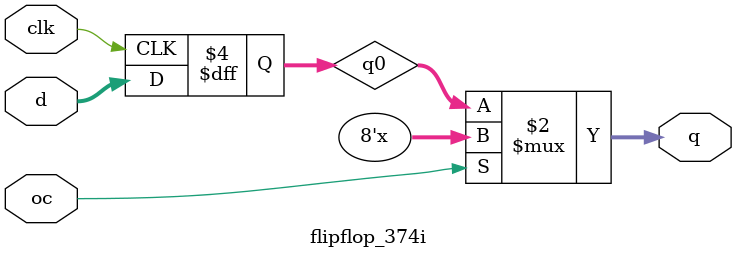
<source format=v>
`ifndef flipflop_v
`define flipflop_v


`timescale 1ns/10ps


module flipflop_112 (j1, k1, clk1, set1, rst1, q1, qn1,
		     j2, k2, clk2, set2, rst2, q2, qn2);
   parameter delay = 18;
   
   input  j1, k1, clk1, set1, rst1;
   input  j2, k2, clk2, set2, rst2;
   output q1, qn1;
   output q2, qn2;

   wire   j1, k1, clk1, set1, rst1;
   wire   j2, k2, clk2, set2, rst2;
   wire   q1, qn1;
   wire   q2, qn2;

   initial begin
      // $display("BOM: 74x112");
   end

   flipflop_112h #(delay) flipflop_112h1 (j1, k1, clk1, set1, rst1, q1, qn1);
   flipflop_112h #(delay) flipflop_112h2 (j2, k2, clk2, set2, rst2, q2, qn2);
endmodule
   

module flipflop_112h (j, k, clk, set, rst, q, qn);
   parameter delay = 18;

   input j, k, clk, set, rst;
   output q, qn;

   wire j, k, clk, set, rst;
   reg 	q, qn;

   initial begin
      if (($random % 2) == 1) begin
	 q <= 1;
	 qn <= 0;
      end else begin
	 q <= 0;
	 qn <= 1;
      end
   end

   always @(negedge clk) begin
      if (set == 1 && rst == 1) begin
	 case ({j, k})
	   2'b01: begin
	      #delay
		q <= 1'b0;
	      qn <= 1'b1;
	   end
	   2'b10: begin
	      #delay
		q <= 1'b1;
	      qn <= 1'b0;
	   end
	   2'b11: begin
	      #delay
		q <= ~q;
	      qn <= ~qn;
	   end
	 endcase // case ({j, k})
      end // if (set == 1 && rst == 1)
   end

   always @ (set, rst, negedge clk) begin
      case ({set, rst})
	2'b00:
	  begin
	     #delay
	     q <= 1'b0;
	     qn <= 1'b0;
	  end
	2'b01:
	  begin
	     #delay
	     q <= 1'b1;
	     qn <= 1'b0;
	  end
	2'b10:
	  begin
	     #delay
	     q <= 1'b0;
	     qn <= 1'b1;
	  end
      endcase // case ({set, rst})
   end

endmodule // flipflop_jk


///////////////////////////////////////////////////////////////////////////////
//
// Function: 74x174 6-bit synchronous D flip-flop with reset
//
// Dataset: 
//
///////////////////////////////////////////////////////////////////////////////

module flipflop_174 (d, q, clk, rst);
   input [5:0] d;		// Data
   input       clk;		// Clock (rising edge)
   input       rst;		// /RST (active low): output enable

   output [5:0] q;		// Output
   
   wire [5:0] 	d;
   wire 	clk;
   wire 	rst;
 	
   reg [5:0] 	q;

   initial begin
      // $display("BOM: 74x174");
   end

   always @ (rst, posedge clk)
     begin
	if (rst == 1'b0) begin
	   q <= 6'b000000;
	end else begin
	   q <= d;
	end
     end
endmodule // End of Module counter


///////////////////////////////////////////////////////////////////////////////
//
// Function: 74x175 4-bit D flip-flop with complementary outputs and reset
//
// Notes:
//
//      +---+--+---+            +----+---+---*---+---+
// /RST |1  +--+ 16| VCC        |/RST|CLK| D | Q |/Q |
//   Q1 |2       15| Q4         +====+===+===*===+===+
//  /Q1 |3       14| /Q4        |  0 | X | X | 0 | 1 |
//   D1 |4   74  13| D4         |  1 | / | 0 | 0 | 1 |
//   D2 |5  175  12| D3         |  1 | / | 1 | 1 | 0 |
//  /Q2 |6       11| /Q3        |  1 |!/ | X | - | - |
//   Q2 |7       10| Q3         +----+---+---*---+---+
//  GND |8        9| CLK
//      +----------+
//
///////////////////////////////////////////////////////////////////////////////

module flipflop_175 (d, q, nq, clk, rst);
   parameter delay = 17;
   
   input [3:0] d;		// Data
   input       clk;		// Clock (rising edge)
   input       rst;		// /RST (active low): output enable

   output [3:0] q;		// Output
   output [3:0] nq;		// Complementary output
   
   wire [3:0] 	d;
   wire 	clk;
   wire 	rst;
 	
   reg [3:0] 	q;
   reg [3:0] 	nq;

   initial begin
      // $display("BOM: 74x175");
      q <= 4'b1010;
      nq <= 4'b0101;
   end

   always @(negedge rst) begin
      if (rst == 1'b0) begin
   	 #delay begin
   	    q <= 4'b0000;
   	    nq <= 4'b1111;
   	 end
      end
   end

   always @(posedge clk) begin
      if (rst == 1'b1) begin
	 #delay begin
   	    q <= d;
   	    nq <= ~d;
	 end
      end
   end
endmodule // End of Module counter


///////////////////////////////////////////////////////////////////////////////
//
// Function: 74x273 8-bit D flip-flop with reset
//
//
///////////////////////////////////////////////////////////////////////////////

module flipflop_273 (d, q, clk, clr);
   parameter propagation_delay = 7;
   
   input [7:0] d;		// Data
   input       clk;		// Clock
   input       clr;		// /CLR (active low): reset

   output [7:0] q;		// Output
   
   wire [7:0] 	d;
   wire 	clk;
   wire 	clr;
 	
   reg [7:0] 	q;

   initial begin
      q <= $random;
      // $display("BOM: 74x273");
   end

   always @ (negedge clr, posedge clk)
     begin
	if (clr == 1'b0) begin
	   q <= #propagation_delay 8'b00000000;
	end else begin
	   q <= #propagation_delay d;
	end
     end
endmodule // flipflop_273


///////////////////////////////////////////////////////////////////////////////
//
// Function: 74x573 8-bit D latch/bus driver
//
//
///////////////////////////////////////////////////////////////////////////////

module latch_573 (d, q, nle, noe);
   parameter propagation_delay = 7;
   
   input [7:0] d;		// Data
   input       nle;		// Clock
   input       noe;		// /OE (active low): output enable

   output [7:0] q;		// Output
   
   wire [7:0] 	d;
   wire 	nle;
   wire 	noe;
 	
   reg [7:0] 	q0;

   wire [7:0] 	q;

   initial begin
      q0 <= $random;
      // $display("BOM: 74x574");
   end

   always @ (nle)
     if (nle == 0) begin
	q0 <= d;
     end
   
   assign #propagation_delay q = noe ? 8'bzzzzzzzz : q0;
   
endmodule // latch_573


///////////////////////////////////////////////////////////////////////////////
//
// Function: 74x574 8-bit synchronous D flip-flop
//
// Dataset: 
//
///////////////////////////////////////////////////////////////////////////////

module flipflop_574 (d, q, clk, oe);
   parameter propagation_delay = 7;
   
   input [7:0] d;		// Data
   input       clk;		// Clock
   input       oe;		// /OE (active low): output enable

   output [7:0] q;		// Output
   
   wire [7:0] 	d;
   wire 	clk;
   wire 	oe;
 	
   reg [7:0] 	q0;

   wire [7:0] 	q;

   initial begin
      q0 <= $random;
      // $display("BOM: 74x574");
   end

   always @ (posedge clk)
     begin
	q0 <= d;
     end // FF574

   assign #propagation_delay q = oe ? 8'bzzzzzzzz : q0;

endmodule // End of Module counter


// INVERTING octal flip-flop
module flipflop_564 (d, q, clk, oe);
   input [7:0] d;		// Data
   input       clk;		// Clock
   input       oe;		// /OE (active low): output enable

   output [7:0] q;		// Output
   
   wire [7:0] 	d;
   wire 	clk;
   wire 	oe;
 	
   reg [7:0] 	q0;

   wire [7:0] 	q;

   initial begin
      q0 <= $random;
      // $display("BOM: 74x564");
   end

   always @ (posedge clk)
     begin : FF564
	q0 <= #2 d;
     end // FF564

   assign q = (oe) ? 8'bzzzzzzzz : ~q0;

endmodule // End of Module counter


///////////////////////////////////////////////////////////////////////////////
//
// Function: 74x74 D flip-flop
//
// Notes:
//
// From http://www.kingswood-consulting.co.uk/giicm/7450.html
//
// Dual D flip-flop with set and reset.
//
//       +---+--+---+           +---+---+----+----*---+---+
// /1RST |1  +--+ 14| VCC       | D |CLK|/SET|/RST| Q |/Q |
//    1D |2       13| /2RST     +===+===+====+====*===+===+
//  1CLK |3       12| 2D        | X | X |  0 |  0 | 1 | 1 |
// /1SET |4  7474 11| 2CLK      | X | X |  0 |  1 | 1 | 0 |
//    1Q |5       10| /2SET     | X | X |  1 |  0 | 0 | 1 |
//   /1Q |6        9| 2Q        | 0 | / |  1 |  1 | 0 | 1 |
//   GND |7        8| /2Q       | 1 | / |  1 |  1 | 1 | 0 |
//       +----------+           | X |!/ |  1 |  1 | - | - |
//                              +---+---+----+----*---+---+
//
// From dataset:
//
//   HC  @ 5V, 15pF, data 14 ns, set 15ns, reset: 16ns.
//   HCT @ 5V, 15pF, data 15 ns, set/reset: 18ns.
//
///////////////////////////////////////////////////////////////////////////////

module flipflop_74 (d1, clk1, set1, rst1, q1, qn1,
		    d2, clk2, set2, rst2, q2, qn2);
   input  d1, clk1, set1, rst1;
   input  d2, clk2, set2, rst2;
   output q1, qn1;
   output q2, qn2;

   wire   d1, clk1, set1, rst1;
   wire   d2, clk2, set2, rst2;
   wire   q1, qn1;
   wire   q2, qn2;

   initial begin
      // $display("BOM: 74x74");
   end

   flipflop_74h flipflop_74h1 (d1, clk1, set1, rst1, q1, qn1);
   flipflop_74h flipflop_74h2 (d2, clk2, set2, rst2, q2, qn2);
endmodule // flipflop_74
   

module flipflop_74h (d, clk, set, rst, q, qn);
   parameter delay1 = 15;	// For HCT
   parameter delay2 = 18;
   
   input d, clk, set, rst;
   output q, qn;

   wire d, clk, set, rst;
   reg 	q, qn;

   initial begin
      q <= 0;
      qn <= 1;
   end

   always @(posedge clk) begin
      if ({set, rst} == 2'b11) #delay1 begin
	 q <= d;
	 qn <= ~d;
      end
   end

   always @ (set, rst) begin
      case ({set, rst})
	2'b00:
	  #delay2 begin
	     q <= 1;
	     qn <= 1;
	  end
	2'b01:
	  #delay2 begin
	     q <= 1'b1;
	     qn <= 1'b0;
	  end
	2'b10:
	  #delay2 begin
	     q <= 1'b0;
	     qn <= 1'b1;
	  end
      endcase // case ({set, rst})
   end // always @ (set, rst, posedge clk)
endmodule // flipflop_74h


///////////////////////////////////////////////////////////////////////////////
//
// 74HC373 8-bit 3-state latch
//
///////////////////////////////////////////////////////////////////////////////

module latch_373 (d, oc, enc, q);
   parameter delay = 14;
   
   input [7:0]  d;
   input        oc, enc;

   output [7:0] q;

   wire [7:0] 	d;
   wire 	oc, enc;

   wire [7:0] 	q;
   reg [7:0] 	q0;

   always @(enc or d) begin
     if (enc) begin
       #(delay-2) q0 = d;
     end
   end

   assign #delay q = oc ? 8'bzzzzzzzz : q0;
endmodule // latch_373


///////////////////////////////////////////////////////////////////////////////
//
// 74HC374 8-bit D-flip-flop
//
///////////////////////////////////////////////////////////////////////////////

module flipflop_374 (d, oc, clk, q);
   parameter delay = 15;
   
   input [7:0]  d;
   input        oc, clk;

   output [7:0] q;

   wire [7:0] 	d;
   wire 	oc, clk;

   wire [7:0] 	q;
   reg [7:0] 	q0;

   always @(posedge clk) begin
      q0 = d;
   end

   assign #delay q = oc ? 8'bzzzzzzzz : q0;

endmodule // flipflop_374


module flipflop_374i (d, oc, clk, q);
   parameter delay = 15;
   
   input [7:0]  d;
   input        oc, clk;

   output [7:0] q;

   wire [7:0] 	d;
   wire 	oc, clk;

   wire [7:0] 	q;
   reg [7:0] 	q0;

   initial begin
      q0 = 8'b11111111;
   end

   always @(posedge clk) begin
      q0 = d;
   end

   assign #delay q = oc ? 8'bzzzzzzzz : q0;

endmodule // flipflop_374i


`endif //  `ifndef flipflop_v


// End of file.

</source>
